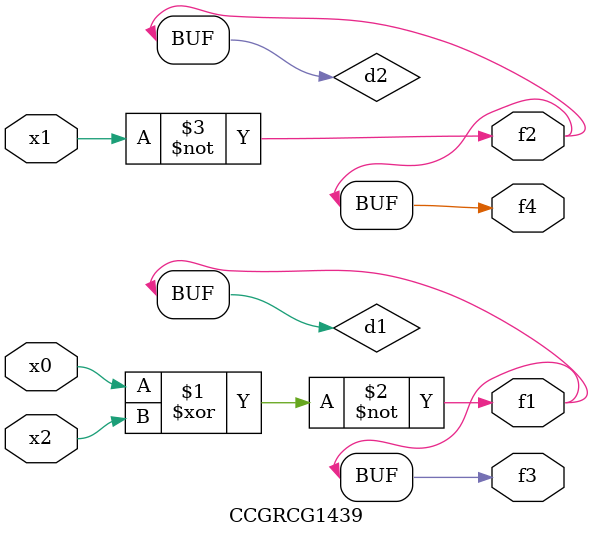
<source format=v>
module CCGRCG1439(
	input x0, x1, x2,
	output f1, f2, f3, f4
);

	wire d1, d2, d3;

	xnor (d1, x0, x2);
	nand (d2, x1);
	nor (d3, x1, x2);
	assign f1 = d1;
	assign f2 = d2;
	assign f3 = d1;
	assign f4 = d2;
endmodule

</source>
